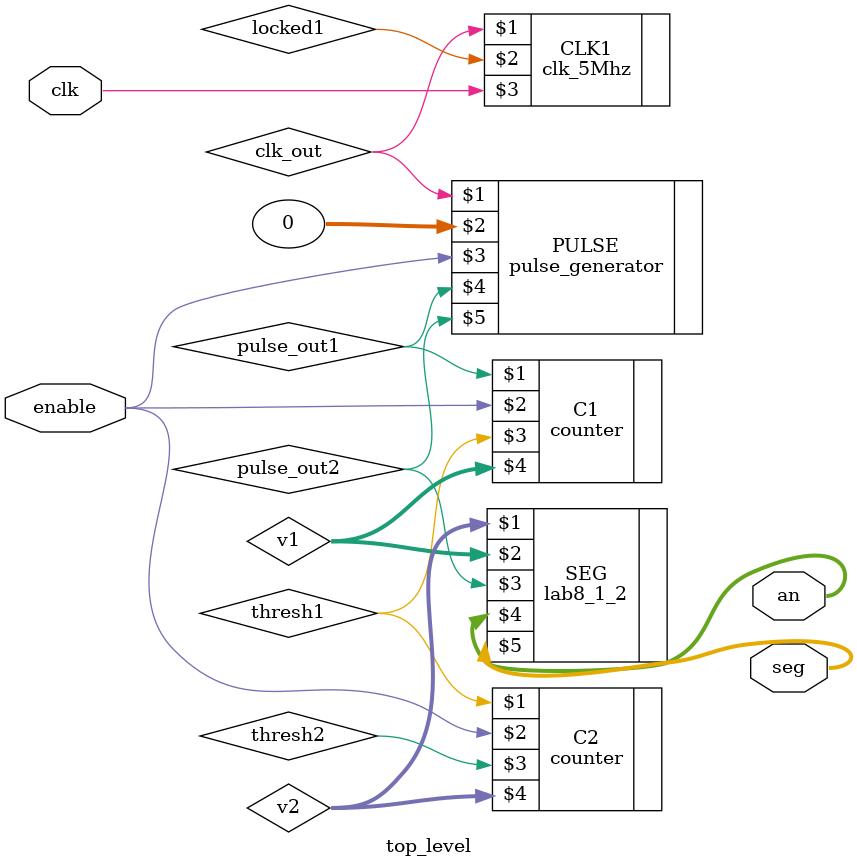
<source format=v>
`timescale 1ns / 1ps


module top_level(
    input clk,
    input enable,
    output [3:0] an,
    output [6:0] seg
    );
    
    wire thresh1;
    wire thresh2;
    wire [3:0] v1, v2;

    
    clk_5Mhz CLK1 (clk_out, locked1, clk);
    pulse_generator PULSE (clk_out, 0, enable, pulse_out1, pulse_out2);
    counter C1(pulse_out1, enable, thresh1, v1[3:0]);
    counter C2(thresh1, enable, thresh2, v2[3:0]);
    lab8_1_2 SEG (v2[3:0], v1[3:0], pulse_out2, an[3:0], seg[6:0]);

endmodule

</source>
